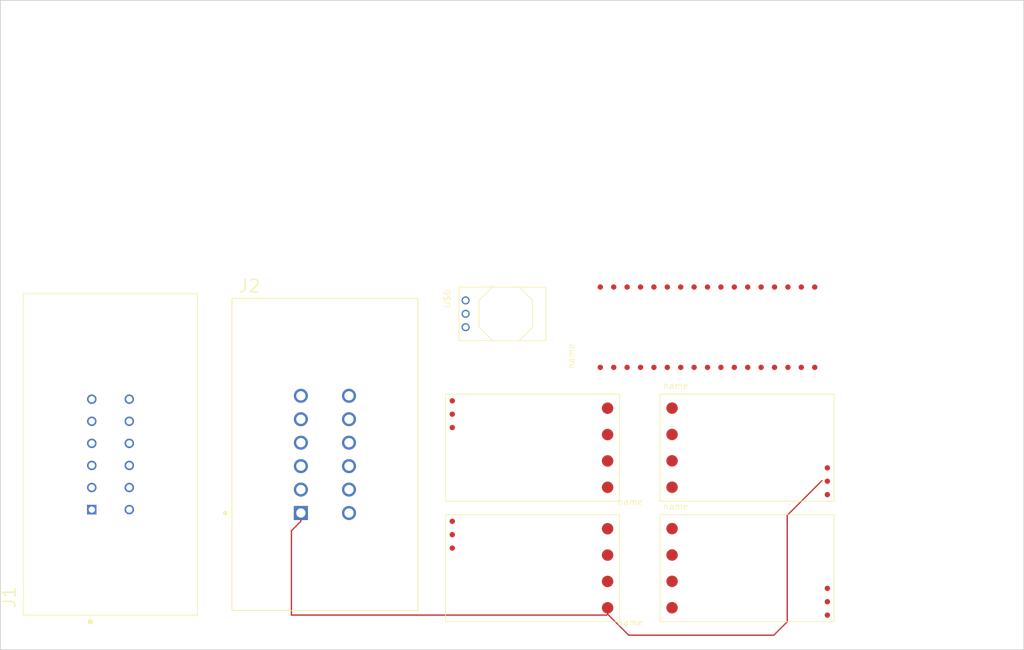
<source format=kicad_pcb>
(kicad_pcb (version 20171130) (host pcbnew "(5.0.0)")

  (general
    (thickness 1.6)
    (drawings 4)
    (tracks 11)
    (zones 0)
    (modules 8)
    (nets 32)
  )

  (page A4)
  (layers
    (0 Top signal)
    (31 Bottom signal)
    (32 B.Adhes user)
    (33 F.Adhes user)
    (34 B.Paste user)
    (35 F.Paste user)
    (36 B.SilkS user)
    (37 F.SilkS user)
    (38 B.Mask user)
    (39 F.Mask user)
    (40 Dwgs.User user)
    (41 Cmts.User user)
    (42 Eco1.User user)
    (43 Eco2.User user)
    (44 Edge.Cuts user)
    (45 Margin user)
    (46 B.CrtYd user)
    (47 F.CrtYd user)
    (48 B.Fab user)
    (49 F.Fab user)
  )

  (setup
    (last_trace_width 0.25)
    (trace_clearance 0.1524)
    (zone_clearance 0.508)
    (zone_45_only no)
    (trace_min 0.2)
    (segment_width 0.2)
    (edge_width 0.15)
    (via_size 0.8)
    (via_drill 0.4)
    (via_min_size 0.4)
    (via_min_drill 0.3)
    (uvia_size 0.3)
    (uvia_drill 0.1)
    (uvias_allowed no)
    (uvia_min_size 0.2)
    (uvia_min_drill 0.1)
    (pcb_text_width 0.3)
    (pcb_text_size 1.5 1.5)
    (mod_edge_width 0.15)
    (mod_text_size 1 1)
    (mod_text_width 0.15)
    (pad_size 1.524 1.524)
    (pad_drill 0.762)
    (pad_to_mask_clearance 0.2)
    (aux_axis_origin 0 0)
    (visible_elements FFFFFF7F)
    (pcbplotparams
      (layerselection 0x010fc_ffffffff)
      (usegerberextensions false)
      (usegerberattributes false)
      (usegerberadvancedattributes false)
      (creategerberjobfile false)
      (excludeedgelayer true)
      (linewidth 0.100000)
      (plotframeref false)
      (viasonmask false)
      (mode 1)
      (useauxorigin false)
      (hpglpennumber 1)
      (hpglpenspeed 20)
      (hpglpendiameter 15.000000)
      (psnegative false)
      (psa4output false)
      (plotreference true)
      (plotvalue true)
      (plotinvisibletext false)
      (padsonsilk false)
      (subtractmaskfromsilk false)
      (outputformat 1)
      (mirror false)
      (drillshape 1)
      (scaleselection 1)
      (outputdirectory ""))
  )

  (net 0 "")
  (net 1 N$1)
  (net 2 N$4)
  (net 3 N$5)
  (net 4 N$6)
  (net 5 N$7)
  (net 6 N$8)
  (net 7 N$9)
  (net 8 N$10)
  (net 9 N$11)
  (net 10 N$12)
  (net 11 N$13)
  (net 12 N$14)
  (net 13 N$15)
  (net 14 N$16)
  (net 15 N$17)
  (net 16 N$18)
  (net 17 N$19)
  (net 18 N$20)
  (net 19 N$21)
  (net 20 N$22)
  (net 21 N$23)
  (net 22 N$24)
  (net 23 N$25)
  (net 24 N$26)
  (net 25 N$27)
  (net 26 N$28)
  (net 27 N$29)
  (net 28 N$30)
  (net 29 N$31)
  (net 30 N$32)
  (net 31 N$2)

  (net_class Default "This is the default net class."
    (clearance 0.1524)
    (trace_width 0.25)
    (via_dia 0.8)
    (via_drill 0.4)
    (uvia_dia 0.3)
    (uvia_drill 0.1)
    (add_net N$1)
    (add_net N$10)
    (add_net N$11)
    (add_net N$12)
    (add_net N$13)
    (add_net N$14)
    (add_net N$15)
    (add_net N$16)
    (add_net N$17)
    (add_net N$18)
    (add_net N$19)
    (add_net N$2)
    (add_net N$20)
    (add_net N$21)
    (add_net N$22)
    (add_net N$23)
    (add_net N$24)
    (add_net N$25)
    (add_net N$26)
    (add_net N$27)
    (add_net N$28)
    (add_net N$29)
    (add_net N$30)
    (add_net N$31)
    (add_net N$32)
    (add_net N$4)
    (add_net N$5)
    (add_net N$6)
    (add_net N$7)
    (add_net N$8)
    (add_net N$9)
  )

  (module dcm:TE_DTM15-12PA (layer Top) (tedit 0) (tstamp 5B639CF3)
    (at 72.39 129.54 90)
    (fp_text reference J1 (at -29.2702 -17.8166 90) (layer F.SilkS)
      (effects (font (size 2.417957 2.417957) (thickness 0.203617)) (justify left bottom))
    )
    (fp_text value DTM15-12PA (at -29.2785 17.8217 90) (layer F.Fab)
      (effects (font (size 2.418661 2.418661) (thickness 0.203676)) (justify left top))
    )
    (fp_line (start -30.48 16.51) (end -30.48 -16.51) (layer F.Fab) (width 0.127))
    (fp_line (start 30.48 16.51) (end -30.48 16.51) (layer F.Fab) (width 0.127))
    (fp_line (start 30.48 -16.51) (end 30.48 16.51) (layer F.Fab) (width 0.127))
    (fp_line (start -30.48 -16.51) (end 30.48 -16.51) (layer F.Fab) (width 0.127))
    (fp_circle (center -31.75 -3.81) (end -31.5 -3.81) (layer F.SilkS) (width 0.5))
    (fp_line (start -30.7 16.7) (end -30.7 -16.8) (layer Dwgs.User) (width 0.05))
    (fp_line (start 30.7 16.7) (end -30.7 16.7) (layer Dwgs.User) (width 0.05))
    (fp_line (start 30.7 -16.8) (end 30.7 16.7) (layer Dwgs.User) (width 0.05))
    (fp_line (start -30.7 -16.8) (end 30.7 -16.8) (layer Dwgs.User) (width 0.05))
    (fp_line (start -30.48 16.51) (end -30.48 -16.51) (layer F.SilkS) (width 0.127))
    (fp_line (start 30.48 16.51) (end -30.48 16.51) (layer F.SilkS) (width 0.127))
    (fp_line (start 30.48 -16.51) (end 30.48 16.51) (layer F.SilkS) (width 0.127))
    (fp_line (start -30.48 -16.51) (end 30.48 -16.51) (layer F.SilkS) (width 0.127))
    (pad "" np_thru_hole circle (at 17.41 12.7 90) (size 2.99 2.99) (drill 2.99) (layers *.Cu))
    (pad "" np_thru_hole circle (at 17.41 -12.7 90) (size 2.99 2.99) (drill 2.99) (layers *.Cu))
    (pad "" np_thru_hole circle (at -17.41 -12.7 90) (size 2.99 2.99) (drill 2.99) (layers *.Cu))
    (pad "" np_thru_hole circle (at -17.41 12.7 90) (size 2.99 2.99) (drill 2.99) (layers *.Cu))
    (pad 12 thru_hole circle (at -10.475 3.555 90) (size 1.785 1.785) (drill 1.19) (layers *.Cu *.Mask)
      (net 30 N$32) (solder_mask_margin 0.1016))
    (pad 11 thru_hole circle (at -6.285 3.555 90) (size 1.785 1.785) (drill 1.19) (layers *.Cu *.Mask)
      (net 29 N$31) (solder_mask_margin 0.1016))
    (pad 10 thru_hole circle (at -2.095 3.555 90) (size 1.785 1.785) (drill 1.19) (layers *.Cu *.Mask)
      (net 28 N$30) (solder_mask_margin 0.1016))
    (pad 9 thru_hole circle (at 2.095 3.555 90) (size 1.785 1.785) (drill 1.19) (layers *.Cu *.Mask)
      (net 26 N$28) (solder_mask_margin 0.1016))
    (pad 8 thru_hole circle (at 6.285 3.555 90) (size 1.785 1.785) (drill 1.19) (layers *.Cu *.Mask)
      (net 25 N$27) (solder_mask_margin 0.1016))
    (pad 7 thru_hole circle (at 10.475 3.555 90) (size 1.785 1.785) (drill 1.19) (layers *.Cu *.Mask)
      (net 24 N$26) (solder_mask_margin 0.1016))
    (pad 6 thru_hole circle (at 10.475 -3.555 90) (size 1.785 1.785) (drill 1.19) (layers *.Cu *.Mask)
      (net 23 N$25) (solder_mask_margin 0.1016))
    (pad 5 thru_hole circle (at 6.285 -3.555 90) (size 1.785 1.785) (drill 1.19) (layers *.Cu *.Mask)
      (net 22 N$24) (solder_mask_margin 0.1016))
    (pad 4 thru_hole circle (at 2.095 -3.555 90) (size 1.785 1.785) (drill 1.19) (layers *.Cu *.Mask)
      (net 21 N$23) (solder_mask_margin 0.1016))
    (pad 3 thru_hole circle (at -2.095 -3.555 90) (size 1.785 1.785) (drill 1.19) (layers *.Cu *.Mask)
      (net 20 N$22) (solder_mask_margin 0.1016))
    (pad 2 thru_hole circle (at -6.285 -3.555 90) (size 1.785 1.785) (drill 1.19) (layers *.Cu *.Mask)
      (net 19 N$21) (solder_mask_margin 0.1016))
    (pad 1 thru_hole rect (at -10.475 -3.555 90) (size 1.785 1.785) (drill 1.19) (layers *.Cu *.Mask)
      (net 18 N$20) (solder_mask_margin 0.1016))
  )

  (module dcm:TE_DT15-12PA (layer Top) (tedit 0) (tstamp 5B639D13)
    (at 113.03 129.54)
    (fp_text reference J2 (at -16.527 -30.5113) (layer F.SilkS)
      (effects (font (size 2.415478 2.415478) (thickness 0.203408)) (justify left bottom))
    )
    (fp_text value DT15-12PA (at -16.5207 30.4998) (layer F.Fab)
      (effects (font (size 2.414576 2.414576) (thickness 0.203332)) (justify left top))
    )
    (fp_line (start -17.63 29.605) (end -17.63 -29.605) (layer F.Fab) (width 0.1524))
    (fp_line (start 17.63 29.605) (end -17.63 29.605) (layer F.Fab) (width 0.1524))
    (fp_line (start 17.63 -29.605) (end 17.63 29.605) (layer F.Fab) (width 0.1524))
    (fp_line (start -17.63 -29.605) (end 17.63 -29.605) (layer F.Fab) (width 0.1524))
    (fp_circle (center -18.9 11.115) (end -18.7 11.115) (layer F.SilkS) (width 0.4))
    (fp_line (start -17.9 29.9) (end -17.9 -29.9) (layer Dwgs.User) (width 0.05))
    (fp_line (start 17.9 29.9) (end -17.9 29.9) (layer Dwgs.User) (width 0.05))
    (fp_line (start 17.9 -29.9) (end 17.9 29.9) (layer Dwgs.User) (width 0.05))
    (fp_line (start -17.9 -29.9) (end 17.9 -29.9) (layer Dwgs.User) (width 0.05))
    (fp_line (start -17.63 29.605) (end -17.63 -29.605) (layer F.SilkS) (width 0.1524))
    (fp_line (start 17.63 29.605) (end -17.63 29.605) (layer F.SilkS) (width 0.1524))
    (fp_line (start 17.63 -29.605) (end 17.63 29.605) (layer F.SilkS) (width 0.1524))
    (fp_line (start -17.63 -29.605) (end 17.63 -29.605) (layer F.SilkS) (width 0.1524))
    (pad "" np_thru_hole circle (at -10.67 17.545) (size 2.99 2.99) (drill 2.99) (layers *.Cu))
    (pad "" np_thru_hole circle (at 10.67 17.545) (size 2.99 2.99) (drill 2.99) (layers *.Cu))
    (pad "" np_thru_hole circle (at 10.67 -17.535) (size 2.99 2.99) (drill 2.99) (layers *.Cu))
    (pad "" np_thru_hole circle (at -10.67 -17.535) (size 2.99 2.99) (drill 2.99) (layers *.Cu))
    (pad 12 thru_hole circle (at 4.56 11.115) (size 2.655 2.655) (drill 1.77) (layers *.Cu *.Mask)
      (net 31 N$2) (solder_mask_margin 0.1016))
    (pad 11 thru_hole circle (at 4.56 6.67) (size 2.655 2.655) (drill 1.77) (layers *.Cu *.Mask)
      (solder_mask_margin 0.1016))
    (pad 10 thru_hole circle (at 4.56 2.225) (size 2.655 2.655) (drill 1.77) (layers *.Cu *.Mask)
      (net 9 N$11) (solder_mask_margin 0.1016))
    (pad 9 thru_hole circle (at 4.56 -2.225) (size 2.655 2.655) (drill 1.77) (layers *.Cu *.Mask)
      (net 8 N$10) (solder_mask_margin 0.1016))
    (pad 8 thru_hole circle (at 4.56 -6.67) (size 2.655 2.655) (drill 1.77) (layers *.Cu *.Mask)
      (net 7 N$9) (solder_mask_margin 0.1016))
    (pad 7 thru_hole circle (at 4.56 -11.115) (size 2.655 2.655) (drill 1.77) (layers *.Cu *.Mask)
      (net 6 N$8) (solder_mask_margin 0.1016))
    (pad 5 thru_hole circle (at -4.56 -6.67) (size 2.655 2.655) (drill 1.77) (layers *.Cu *.Mask)
      (net 4 N$6) (solder_mask_margin 0.1016))
    (pad 3 thru_hole circle (at -4.56 2.225) (size 2.655 2.655) (drill 1.77) (layers *.Cu *.Mask)
      (net 2 N$4) (solder_mask_margin 0.1016))
    (pad 2 thru_hole circle (at -4.56 6.67) (size 2.655 2.655) (drill 1.77) (layers *.Cu *.Mask)
      (solder_mask_margin 0.1016))
    (pad 1 thru_hole rect (at -4.56 11.115) (size 2.655 2.655) (drill 1.77) (layers *.Cu *.Mask)
      (net 1 N$1) (solder_mask_margin 0.1016))
    (pad 6 thru_hole circle (at -4.56 -11.115) (size 2.655 2.655) (drill 1.77) (layers *.Cu *.Mask)
      (net 5 N$7) (solder_mask_margin 0.1016))
    (pad 4 thru_hole circle (at -4.56 -2.225) (size 2.655 2.655) (drill 1.77) (layers *.Cu *.Mask)
      (net 3 N$5) (solder_mask_margin 0.1016))
  )

  (module dcm:WINDOW_MOTOR (layer Top) (tedit 0) (tstamp 5B639D33)
    (at 152.4 151.13 180)
    (fp_text reference U$1 (at 0 0 180) (layer F.SilkS) hide
      (effects (font (size 1.27 1.27) (thickness 0.15)) (justify right top))
    )
    (fp_text value WINDOW_MOTOR (at 0 0 180) (layer F.SilkS) hide
      (effects (font (size 1.27 1.27) (thickness 0.15)) (justify right top))
    )
    (fp_text user value (at -15.5 12 180) (layer F.Fab)
      (effects (font (size 1.2065 1.2065) (thickness 0.1016)) (justify left bottom))
    )
    (fp_text user name (at -16 -11 180) (layer F.SilkS)
      (effects (font (size 1.2065 1.2065) (thickness 0.1016)) (justify left bottom))
    )
    (fp_line (start -16.5 -10.15) (end 16.5 -10.15) (layer F.SilkS) (width 0.127))
    (fp_line (start -16.5 10.15) (end -16.5 -10.15) (layer F.SilkS) (width 0.127))
    (fp_line (start 16.5 10.15) (end -16.5 10.15) (layer F.SilkS) (width 0.127))
    (fp_line (start 16.5 -10.15) (end 16.5 10.15) (layer F.SilkS) (width 0.127))
    (pad PWM smd roundrect (at 15.23 3.82 180) (size 1.02 1.02) (layers Top F.Paste F.Mask) (roundrect_rratio 0.5)
      (net 16 N$18) (solder_mask_margin 0.1016))
    (pad DIR smd roundrect (at 15.23 6.36 180) (size 1.02 1.02) (layers Top F.Paste F.Mask) (roundrect_rratio 0.5)
      (net 17 N$19) (solder_mask_margin 0.1016))
    (pad LGND smd roundrect (at 15.23 8.9 180) (size 1.02 1.02) (layers Top F.Paste F.Mask) (roundrect_rratio 0.5)
      (net 31 N$2) (solder_mask_margin 0.1016))
    (pad VIN smd roundrect (at -14.21 -7.51 180) (size 2.18 2.18) (layers Top F.Paste F.Mask) (roundrect_rratio 0.5)
      (net 1 N$1) (solder_mask_margin 0.1016))
    (pad OUTA smd roundrect (at -14.21 -2.51 180) (size 2.18 2.18) (layers Top F.Paste F.Mask) (roundrect_rratio 0.5)
      (net 2 N$4) (solder_mask_margin 0.1016))
    (pad OUTB smd roundrect (at -14.21 2.49 180) (size 2.18 2.18) (layers Top F.Paste F.Mask) (roundrect_rratio 0.5)
      (net 9 N$11) (solder_mask_margin 0.1016))
    (pad GND smd roundrect (at -14.21 7.49 180) (size 2.18 2.18) (layers Top F.Paste F.Mask) (roundrect_rratio 0.5)
      (net 31 N$2) (solder_mask_margin 0.1016))
  )

  (module dcm:MIRROR_V_MOTOR (layer Top) (tedit 0) (tstamp 5B639D43)
    (at 193.04 128.27)
    (fp_text reference U$2 (at 0 0) (layer F.SilkS) hide
      (effects (font (size 1.27 1.27) (thickness 0.15)))
    )
    (fp_text value MIRROR_V_MOTOR (at 0 0) (layer F.SilkS) hide
      (effects (font (size 1.27 1.27) (thickness 0.15)))
    )
    (fp_text user value (at -15.5 12) (layer F.Fab)
      (effects (font (size 1.2065 1.2065) (thickness 0.1016)) (justify left bottom))
    )
    (fp_text user name (at -16 -11) (layer F.SilkS)
      (effects (font (size 1.2065 1.2065) (thickness 0.1016)) (justify left bottom))
    )
    (fp_line (start -16.5 -10.15) (end 16.5 -10.15) (layer F.SilkS) (width 0.127))
    (fp_line (start -16.5 10.15) (end -16.5 -10.15) (layer F.SilkS) (width 0.127))
    (fp_line (start 16.5 10.15) (end -16.5 10.15) (layer F.SilkS) (width 0.127))
    (fp_line (start 16.5 -10.15) (end 16.5 10.15) (layer F.SilkS) (width 0.127))
    (pad PWM smd roundrect (at 15.23 3.82) (size 1.02 1.02) (layers Top F.Paste F.Mask) (roundrect_rratio 0.5)
      (net 13 N$15) (solder_mask_margin 0.1016))
    (pad DIR smd roundrect (at 15.23 6.36) (size 1.02 1.02) (layers Top F.Paste F.Mask) (roundrect_rratio 0.5)
      (net 12 N$14) (solder_mask_margin 0.1016))
    (pad LGND smd roundrect (at 15.23 8.9) (size 1.02 1.02) (layers Top F.Paste F.Mask) (roundrect_rratio 0.5)
      (net 31 N$2) (solder_mask_margin 0.1016))
    (pad VIN smd roundrect (at -14.21 -7.51) (size 2.18 2.18) (layers Top F.Paste F.Mask) (roundrect_rratio 0.5)
      (net 1 N$1) (solder_mask_margin 0.1016))
    (pad OUTA smd roundrect (at -14.21 -2.51) (size 2.18 2.18) (layers Top F.Paste F.Mask) (roundrect_rratio 0.5)
      (net 5 N$7) (solder_mask_margin 0.1016))
    (pad OUTB smd roundrect (at -14.21 2.49) (size 2.18 2.18) (layers Top F.Paste F.Mask) (roundrect_rratio 0.5)
      (net 6 N$8) (solder_mask_margin 0.1016))
    (pad GND smd roundrect (at -14.21 7.49) (size 2.18 2.18) (layers Top F.Paste F.Mask) (roundrect_rratio 0.5)
      (net 31 N$2) (solder_mask_margin 0.1016))
  )

  (module dcm:MIRROR_H_MOTOR (layer Top) (tedit 0) (tstamp 5B639D53)
    (at 152.4 128.27 180)
    (fp_text reference U$3 (at 0 0 180) (layer F.SilkS) hide
      (effects (font (size 1.27 1.27) (thickness 0.15)) (justify right top))
    )
    (fp_text value MIRROR_H_MOTOR (at 0 0 180) (layer F.SilkS) hide
      (effects (font (size 1.27 1.27) (thickness 0.15)) (justify right top))
    )
    (fp_text user value (at -15.5 12 180) (layer F.Fab)
      (effects (font (size 1.2065 1.2065) (thickness 0.1016)) (justify left bottom))
    )
    (fp_text user name (at -16 -11 180) (layer F.SilkS)
      (effects (font (size 1.2065 1.2065) (thickness 0.1016)) (justify left bottom))
    )
    (fp_line (start -16.5 -10.15) (end 16.5 -10.15) (layer F.SilkS) (width 0.127))
    (fp_line (start -16.5 10.15) (end -16.5 -10.15) (layer F.SilkS) (width 0.127))
    (fp_line (start 16.5 10.15) (end -16.5 10.15) (layer F.SilkS) (width 0.127))
    (fp_line (start 16.5 -10.15) (end 16.5 10.15) (layer F.SilkS) (width 0.127))
    (pad PWM smd roundrect (at 15.23 3.82 180) (size 1.02 1.02) (layers Top F.Paste F.Mask) (roundrect_rratio 0.5)
      (net 10 N$12) (solder_mask_margin 0.1016))
    (pad DIR smd roundrect (at 15.23 6.36 180) (size 1.02 1.02) (layers Top F.Paste F.Mask) (roundrect_rratio 0.5)
      (net 11 N$13) (solder_mask_margin 0.1016))
    (pad LGND smd roundrect (at 15.23 8.9 180) (size 1.02 1.02) (layers Top F.Paste F.Mask) (roundrect_rratio 0.5)
      (net 31 N$2) (solder_mask_margin 0.1016))
    (pad VIN smd roundrect (at -14.21 -7.51 180) (size 2.18 2.18) (layers Top F.Paste F.Mask) (roundrect_rratio 0.5)
      (net 1 N$1) (solder_mask_margin 0.1016))
    (pad OUTA smd roundrect (at -14.21 -2.51 180) (size 2.18 2.18) (layers Top F.Paste F.Mask) (roundrect_rratio 0.5)
      (net 4 N$6) (solder_mask_margin 0.1016))
    (pad OUTB smd roundrect (at -14.21 2.49 180) (size 2.18 2.18) (layers Top F.Paste F.Mask) (roundrect_rratio 0.5)
      (net 7 N$9) (solder_mask_margin 0.1016))
    (pad GND smd roundrect (at -14.21 7.49 180) (size 2.18 2.18) (layers Top F.Paste F.Mask) (roundrect_rratio 0.5)
      (net 31 N$2) (solder_mask_margin 0.1016))
  )

  (module dcm:FOLD_MOTOR (layer Top) (tedit 0) (tstamp 5B639D63)
    (at 193.04 151.13)
    (fp_text reference U$4 (at 0 0) (layer F.SilkS) hide
      (effects (font (size 1.27 1.27) (thickness 0.15)))
    )
    (fp_text value FOLD_MOTOR (at 0 0) (layer F.SilkS) hide
      (effects (font (size 1.27 1.27) (thickness 0.15)))
    )
    (fp_text user value (at -15.5 12) (layer F.Fab)
      (effects (font (size 1.2065 1.2065) (thickness 0.1016)) (justify left bottom))
    )
    (fp_text user name (at -16 -11) (layer F.SilkS)
      (effects (font (size 1.2065 1.2065) (thickness 0.1016)) (justify left bottom))
    )
    (fp_line (start -16.5 -10.15) (end 16.5 -10.15) (layer F.SilkS) (width 0.127))
    (fp_line (start -16.5 10.15) (end -16.5 -10.15) (layer F.SilkS) (width 0.127))
    (fp_line (start 16.5 10.15) (end -16.5 10.15) (layer F.SilkS) (width 0.127))
    (fp_line (start 16.5 -10.15) (end 16.5 10.15) (layer F.SilkS) (width 0.127))
    (pad PWM smd roundrect (at 15.23 3.82) (size 1.02 1.02) (layers Top F.Paste F.Mask) (roundrect_rratio 0.5)
      (net 14 N$16) (solder_mask_margin 0.1016))
    (pad DIR smd roundrect (at 15.23 6.36) (size 1.02 1.02) (layers Top F.Paste F.Mask) (roundrect_rratio 0.5)
      (net 15 N$17) (solder_mask_margin 0.1016))
    (pad LGND smd roundrect (at 15.23 8.9) (size 1.02 1.02) (layers Top F.Paste F.Mask) (roundrect_rratio 0.5)
      (net 31 N$2) (solder_mask_margin 0.1016))
    (pad VIN smd roundrect (at -14.21 -7.51) (size 2.18 2.18) (layers Top F.Paste F.Mask) (roundrect_rratio 0.5)
      (net 1 N$1) (solder_mask_margin 0.1016))
    (pad OUTA smd roundrect (at -14.21 -2.51) (size 2.18 2.18) (layers Top F.Paste F.Mask) (roundrect_rratio 0.5)
      (net 3 N$5) (solder_mask_margin 0.1016))
    (pad OUTB smd roundrect (at -14.21 2.49) (size 2.18 2.18) (layers Top F.Paste F.Mask) (roundrect_rratio 0.5)
      (net 8 N$10) (solder_mask_margin 0.1016))
    (pad GND smd roundrect (at -14.21 7.49) (size 2.18 2.18) (layers Top F.Paste F.Mask) (roundrect_rratio 0.5)
      (net 31 N$2) (solder_mask_margin 0.1016))
  )

  (module dcm:ARDUINO_MICRO (layer Top) (tedit 0) (tstamp 5B639D73)
    (at 185.42 105.41 90)
    (fp_text reference U$5 (at 0 0 90) (layer F.SilkS) hide
      (effects (font (size 1.27 1.27) (thickness 0.15)))
    )
    (fp_text value ARDUINO_MICRO (at 0 0 90) (layer F.SilkS) hide
      (effects (font (size 1.27 1.27) (thickness 0.15)))
    )
    (fp_text user value (at -7 26.5 90) (layer F.Fab)
      (effects (font (size 1.2065 1.2065) (thickness 0.1016)) (justify left bottom))
    )
    (fp_text user name (at -8 -25 90) (layer F.SilkS)
      (effects (font (size 1.2065 1.2065) (thickness 0.1016)) (justify left bottom))
    )
    (fp_line (start -9 -24) (end 9 -24) (layer F.SilkS) (width 0.001))
    (fp_line (start -9 24) (end -9 -24) (layer F.SilkS) (width 0.001))
    (fp_line (start 9 24) (end -9 24) (layer F.SilkS) (width 0.001))
    (fp_line (start 9 -24) (end 9 24) (layer F.SilkS) (width 0.001))
    (pad "12(PWM)/A12" smd roundrect (at -7.62 20.45 90) (size 1.02 1.02) (layers Top F.Paste F.Mask) (roundrect_rratio 0.5)
      (net 29 N$31) (solder_mask_margin 0.1016))
    (pad "11(PWM)" smd roundrect (at -7.62 17.91 90) (size 1.02 1.02) (layers Top F.Paste F.Mask) (roundrect_rratio 0.5)
      (net 20 N$22) (solder_mask_margin 0.1016))
    (pad "10(PWM)/A11" smd roundrect (at -7.62 15.37 90) (size 1.02 1.02) (layers Top F.Paste F.Mask) (roundrect_rratio 0.5)
      (net 28 N$30) (solder_mask_margin 0.1016))
    (pad "9(PWM)/A10" smd roundrect (at -7.62 12.83 90) (size 1.02 1.02) (layers Top F.Paste F.Mask) (roundrect_rratio 0.5)
      (net 17 N$19) (solder_mask_margin 0.1016))
    (pad 8/A9 smd roundrect (at -7.62 10.29 90) (size 1.02 1.02) (layers Top F.Paste F.Mask) (roundrect_rratio 0.5)
      (net 16 N$18) (solder_mask_margin 0.1016))
    (pad 7 smd roundrect (at -7.62 7.75 90) (size 1.02 1.02) (layers Top F.Paste F.Mask) (roundrect_rratio 0.5)
      (net 15 N$17) (solder_mask_margin 0.1016))
    (pad "6(PWM)/A7" smd roundrect (at -7.62 5.21 90) (size 1.02 1.02) (layers Top F.Paste F.Mask) (roundrect_rratio 0.5)
      (net 14 N$16) (solder_mask_margin 0.1016))
    (pad "5(PWM)" smd roundrect (at -7.62 2.67 90) (size 1.02 1.02) (layers Top F.Paste F.Mask) (roundrect_rratio 0.5)
      (net 12 N$14) (solder_mask_margin 0.1016))
    (pad "4(PWM)/A6" smd roundrect (at -7.62 0.13 90) (size 1.02 1.02) (layers Top F.Paste F.Mask) (roundrect_rratio 0.5)
      (net 13 N$15) (solder_mask_margin 0.1016))
    (pad 3/SCL smd roundrect (at -7.62 -2.41 90) (size 1.02 1.02) (layers Top F.Paste F.Mask) (roundrect_rratio 0.5)
      (net 11 N$13) (solder_mask_margin 0.1016))
    (pad 2/SDA smd roundrect (at -7.62 -4.95 90) (size 1.02 1.02) (layers Top F.Paste F.Mask) (roundrect_rratio 0.5)
      (net 10 N$12) (solder_mask_margin 0.1016))
    (pad LGND smd roundrect (at -7.62 -7.49 90) (size 1.02 1.02) (layers Top F.Paste F.Mask) (roundrect_rratio 0.5)
      (net 31 N$2) (solder_mask_margin 0.1016))
    (pad RESET smd roundrect (at -7.62 -10.03 90) (size 1.02 1.02) (layers Top F.Paste F.Mask) (roundrect_rratio 0.5)
      (solder_mask_margin 0.1016))
    (pad 0/RX smd roundrect (at -7.62 -12.57 90) (size 1.02 1.02) (layers Top F.Paste F.Mask) (roundrect_rratio 0.5)
      (net 30 N$32) (solder_mask_margin 0.1016))
    (pad 1/TX smd roundrect (at -7.62 -15.11 90) (size 1.02 1.02) (layers Top F.Paste F.Mask) (roundrect_rratio 0.5)
      (net 18 N$20) (solder_mask_margin 0.1016))
    (pad RX_LED/SS smd roundrect (at -7.62 -17.65 90) (size 1.02 1.02) (layers Top F.Paste F.Mask) (roundrect_rratio 0.5)
      (solder_mask_margin 0.1016))
    (pad MOSI smd roundrect (at -7.62 -20.19 90) (size 1.02 1.02) (layers Top F.Paste F.Mask) (roundrect_rratio 0.5)
      (solder_mask_margin 0.1016))
    (pad "13(PWM)" smd roundrect (at 7.62 20.45 90) (size 1.02 1.02) (layers Top F.Paste F.Mask) (roundrect_rratio 0.5)
      (solder_mask_margin 0.1016))
    (pad 3.3V smd roundrect (at 7.62 17.91 90) (size 1.02 1.02) (layers Top F.Paste F.Mask) (roundrect_rratio 0.5)
      (solder_mask_margin 0.1016))
    (pad AREF smd roundrect (at 7.62 15.37 90) (size 1.02 1.02) (layers Top F.Paste F.Mask) (roundrect_rratio 0.5)
      (solder_mask_margin 0.1016))
    (pad A0 smd roundrect (at 7.62 12.83 90) (size 1.02 1.02) (layers Top F.Paste F.Mask) (roundrect_rratio 0.5)
      (net 24 N$26) (solder_mask_margin 0.1016))
    (pad A1 smd roundrect (at 7.62 10.29 90) (size 1.02 1.02) (layers Top F.Paste F.Mask) (roundrect_rratio 0.5)
      (net 23 N$25) (solder_mask_margin 0.1016))
    (pad A2 smd roundrect (at 7.62 7.75 90) (size 1.02 1.02) (layers Top F.Paste F.Mask) (roundrect_rratio 0.5)
      (net 21 N$23) (solder_mask_margin 0.1016))
    (pad A3 smd roundrect (at 7.62 5.21 90) (size 1.02 1.02) (layers Top F.Paste F.Mask) (roundrect_rratio 0.5)
      (net 26 N$28) (solder_mask_margin 0.1016))
    (pad A4 smd roundrect (at 7.62 2.67 90) (size 1.02 1.02) (layers Top F.Paste F.Mask) (roundrect_rratio 0.5)
      (net 22 N$24) (solder_mask_margin 0.1016))
    (pad A5 smd roundrect (at 7.62 0.13 90) (size 1.02 1.02) (layers Top F.Paste F.Mask) (roundrect_rratio 0.5)
      (net 25 N$27) (solder_mask_margin 0.1016))
    (pad NC smd roundrect (at 7.62 -2.41 90) (size 1.02 1.02) (layers Top F.Paste F.Mask) (roundrect_rratio 0.5)
      (solder_mask_margin 0.1016))
    (pad N/C smd roundrect (at 7.62 -4.95 90) (size 1.02 1.02) (layers Top F.Paste F.Mask) (roundrect_rratio 0.5)
      (solder_mask_margin 0.1016))
    (pad +5V smd roundrect (at 7.62 -7.49 90) (size 1.02 1.02) (layers Top F.Paste F.Mask) (roundrect_rratio 0.5)
      (net 27 N$29) (solder_mask_margin 0.1016))
    (pad RESET2 smd roundrect (at 7.62 -10.03 90) (size 1.02 1.02) (layers Top F.Paste F.Mask) (roundrect_rratio 0.5)
      (solder_mask_margin 0.1016))
    (pad LGND2 smd roundrect (at 7.62 -12.57 90) (size 1.02 1.02) (layers Top F.Paste F.Mask) (roundrect_rratio 0.5)
      (net 19 N$21) (solder_mask_margin 0.1016))
    (pad VIN1 smd roundrect (at 7.62 -15.11 90) (size 1.02 1.02) (layers Top F.Paste F.Mask) (roundrect_rratio 0.5)
      (solder_mask_margin 0.1016))
    (pad MISO smd roundrect (at 7.62 -17.65 90) (size 1.02 1.02) (layers Top F.Paste F.Mask) (roundrect_rratio 0.5)
      (solder_mask_margin 0.1016))
    (pad SCK smd roundrect (at 7.62 -20.19 90) (size 1.02 1.02) (layers Top F.Paste F.Mask) (roundrect_rratio 0.5)
      (solder_mask_margin 0.1016))
  )

  (module dcm:OKI-78SRH (layer Top) (tedit 0) (tstamp 5B639D9E)
    (at 139.7 102.87 270)
    (descr "OKI-78SR-3.3/1.5W36H<br>\nOKI-78SR-5/1.5W36H")
    (fp_text reference U$6 (at -1.016 2.794 270) (layer F.SilkS)
      (effects (font (size 1.2065 1.2065) (thickness 0.1016)) (justify left bottom))
    )
    (fp_text value DCDC_OKI-78SR (at 0 0 270) (layer F.SilkS) hide
      (effects (font (size 1.27 1.27) (thickness 0.15)))
    )
    (fp_line (start -2.54 -2.54) (end -5.08 -5.08) (layer F.Fab) (width 0.127))
    (fp_line (start 2.54 -2.54) (end -2.54 -2.54) (layer F.Fab) (width 0.127))
    (fp_line (start 5.08 -5.08) (end 2.54 -2.54) (layer F.Fab) (width 0.127))
    (fp_line (start 5.08 -10.16) (end 5.08 -5.08) (layer F.Fab) (width 0.127))
    (fp_line (start 2.54 -12.7) (end 5.08 -10.16) (layer F.Fab) (width 0.127))
    (fp_line (start -2.54 -12.7) (end 2.54 -12.7) (layer F.Fab) (width 0.127))
    (fp_line (start -5.08 -10.16) (end -2.54 -12.7) (layer F.Fab) (width 0.127))
    (fp_line (start -5.08 -5.08) (end -5.08 1.27) (layer F.Fab) (width 0.127))
    (fp_line (start -5.08 -10.16) (end -5.08 -5.08) (layer F.Fab) (width 0.127))
    (fp_line (start -5.08 -15.24) (end -5.08 -10.16) (layer F.Fab) (width 0.127))
    (fp_line (start 5.08 -15.24) (end -5.08 -15.24) (layer F.Fab) (width 0.127))
    (fp_line (start 5.08 -10.16) (end 5.08 -15.24) (layer F.Fab) (width 0.127))
    (fp_line (start 5.08 1.27) (end 5.08 -5.08) (layer F.Fab) (width 0.127))
    (fp_line (start -5.08 1.27) (end 5.08 1.27) (layer F.Fab) (width 0.127))
    (fp_line (start -5.08 -5.08) (end -5.08 -10.16) (layer F.SilkS) (width 0.127))
    (fp_line (start -2.54 -2.54) (end -5.08 -5.08) (layer F.SilkS) (width 0.127))
    (fp_line (start 2.54 -2.54) (end -2.54 -2.54) (layer F.SilkS) (width 0.127))
    (fp_line (start 5.08 -5.08) (end 2.54 -2.54) (layer F.SilkS) (width 0.127))
    (fp_line (start 5.08 -10.16) (end 5.08 -5.08) (layer F.SilkS) (width 0.127))
    (fp_line (start 2.54 -12.7) (end 5.08 -10.16) (layer F.SilkS) (width 0.127))
    (fp_line (start -2.54 -12.7) (end 2.54 -12.7) (layer F.SilkS) (width 0.127))
    (fp_line (start -5.08 -10.16) (end -2.54 -12.7) (layer F.SilkS) (width 0.127))
    (fp_line (start 5.08 -5.08) (end 5.08 1.27) (layer F.SilkS) (width 0.127))
    (fp_line (start 5.08 -15.24) (end 5.08 -10.16) (layer F.SilkS) (width 0.127))
    (fp_line (start -5.08 -15.24) (end 5.08 -15.24) (layer F.SilkS) (width 0.127))
    (fp_line (start -5.08 -10.16) (end -5.08 -15.24) (layer F.SilkS) (width 0.127))
    (fp_line (start -5.08 1.27) (end -5.08 -5.08) (layer F.SilkS) (width 0.127))
    (fp_line (start 5.08 1.27) (end -5.08 1.27) (layer F.SilkS) (width 0.127))
    (pad 1 thru_hole circle (at 2.54 0 270) (size 1.524 1.524) (drill 1.016) (layers *.Cu *.Mask)
      (net 1 N$1) (solder_mask_margin 0.1016))
    (pad 2 thru_hole circle (at 0 0 270) (size 1.524 1.524) (drill 1.016) (layers *.Cu *.Mask)
      (net 31 N$2) (solder_mask_margin 0.1016))
    (pad 3 thru_hole circle (at -2.54 0 270) (size 1.524 1.524) (drill 1.016) (layers *.Cu *.Mask)
      (net 27 N$29) (solder_mask_margin 0.1016))
  )

  (gr_line (start 51.5111 166.5936) (end 245.4911 166.5936) (layer Edge.Cuts) (width 0.15) (tstamp B83E3D0))
  (gr_line (start 245.4911 166.5936) (end 245.4911 43.4136) (layer Edge.Cuts) (width 0.15) (tstamp B83CFD0))
  (gr_line (start 245.4911 43.4136) (end 51.5111 43.4136) (layer Edge.Cuts) (width 0.15) (tstamp B83DA70))
  (gr_line (start 51.5111 43.4136) (end 51.5111 166.5936) (layer Edge.Cuts) (width 0.15) (tstamp B83E510))

  (segment (start 166.61 159.830001) (end 166.61 158.64) (width 0.25) (layer Top) (net 1))
  (segment (start 166.420001 160.02) (end 166.61 159.830001) (width 0.25) (layer Top) (net 1))
  (segment (start 106.68 160.02) (end 166.420001 160.02) (width 0.25) (layer Top) (net 1))
  (segment (start 106.68 144.0225) (end 106.68 160.02) (width 0.25) (layer Top) (net 1))
  (segment (start 108.47 142.2325) (end 106.68 144.0225) (width 0.25) (layer Top) (net 1))
  (segment (start 108.47 140.655) (end 108.47 142.2325) (width 0.25) (layer Top) (net 1))
  (segment (start 166.61 159.830001) (end 170.609999 163.83) (width 0.25) (layer Top) (net 1))
  (segment (start 170.609999 163.83) (end 198.12 163.83) (width 0.25) (layer Top) (net 1))
  (segment (start 198.12 163.83) (end 200.66 161.29) (width 0.25) (layer Top) (net 1))
  (segment (start 200.66 141.1) (end 207.25 134.51) (width 0.25) (layer Top) (net 1))
  (segment (start 200.66 161.29) (end 200.66 141.1) (width 0.25) (layer Top) (net 1))

)

</source>
